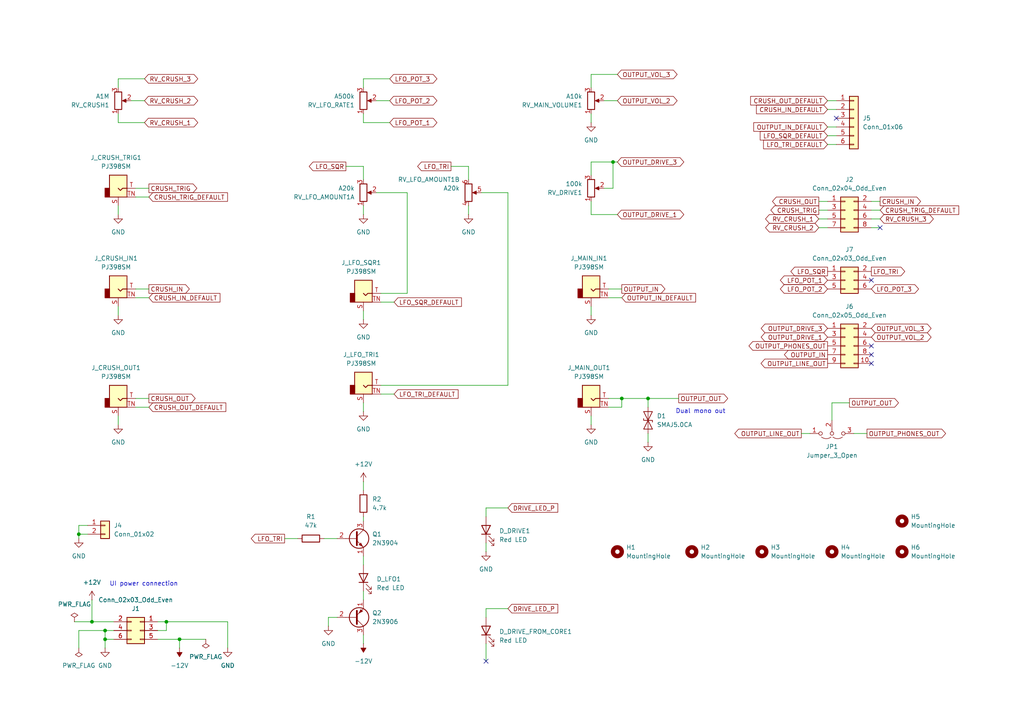
<source format=kicad_sch>
(kicad_sch (version 20250114) (generator "eeschema") (generator_version "9.0")
  (paper "A4")
  (title_block (title "Hog Moduleur Sidechain Mixer UI") (date "2025-10-24") (rev "v0.2") (company "Shmøergh"))
  (lib_symbols
    (symbol "Connector_Generic:Conn_01x02" (pin_names (offset 1.016) (hide yes))
      (property "Reference" "J" (at 0 2.54 0))
      (property "Value" "Conn_01x02" (at 0 -5.08 0))
      (symbol "Conn_01x02_1_1"
        (rectangle (start -1.27 1.27) (end 1.27 -3.81) (stroke (width 0.254)) (fill (type background)))
        (rectangle (start -1.27 0.127) (end 0 -0.127) (stroke (width 0.1524)))
        (rectangle (start -1.27 -2.413) (end 0 -2.667) (stroke (width 0.1524)))
        (pin passive line (at -5.08 0 0) (length 3.81) (name "Pin_1") (number "1"))
        (pin passive line (at -5.08 -2.54 0) (length 3.81) (name "Pin_2") (number "2"))
      )
    )
    (symbol "Connector_Generic:Conn_01x06" (pin_names (offset 1.016) (hide yes))
      (property "Reference" "J" (at 0 7.62 0))
      (property "Value" "Conn_01x06" (at 0 -10.16 0))
      (symbol "Conn_01x06_1_1"
        (rectangle (start -1.27 6.35) (end 1.27 -8.89) (stroke (width 0.254)) (fill (type background)))
        (rectangle (start -1.27 5.207) (end 0 4.953) (stroke (width 0.1524)))
        (rectangle (start -1.27 2.667) (end 0 2.413) (stroke (width 0.1524)))
        (rectangle (start -1.27 0.127) (end 0 -0.127) (stroke (width 0.1524)))
        (rectangle (start -1.27 -2.413) (end 0 -2.667) (stroke (width 0.1524)))
        (rectangle (start -1.27 -4.953) (end 0 -5.207) (stroke (width 0.1524)))
        (rectangle (start -1.27 -7.493) (end 0 -7.747) (stroke (width 0.1524)))
        (pin passive line (at -5.08 5.08 0) (length 3.81) (name "Pin_1") (number "1"))
        (pin passive line (at -5.08 2.54 0) (length 3.81) (name "Pin_2") (number "2"))
        (pin passive line (at -5.08 0 0) (length 3.81) (name "Pin_3") (number "3"))
        (pin passive line (at -5.08 -2.54 0) (length 3.81) (name "Pin_4") (number "4"))
        (pin passive line (at -5.08 -5.08 0) (length 3.81) (name "Pin_5") (number "5"))
        (pin passive line (at -5.08 -7.62 0) (length 3.81) (name "Pin_6") (number "6"))
      )
    )
    (symbol "Connector_Generic:Conn_02x03_Odd_Even" (pin_names (offset 1.016) (hide yes))
      (property "Reference" "J" (at 1.27 5.08 0))
      (property "Value" "Conn_02x03_Odd_Even" (at 1.27 -5.08 0))
      (symbol "Conn_02x03_Odd_Even_1_1"
        (rectangle (start -1.27 3.81) (end 3.81 -3.81) (stroke (width 0.254)) (fill (type background)))
        (rectangle (start -1.27 2.667) (end 0 2.413) (stroke (width 0.1524)))
        (rectangle (start -1.27 0.127) (end 0 -0.127) (stroke (width 0.1524)))
        (rectangle (start -1.27 -2.413) (end 0 -2.667) (stroke (width 0.1524)))
        (rectangle (start 3.81 2.667) (end 2.54 2.413) (stroke (width 0.1524)))
        (rectangle (start 3.81 0.127) (end 2.54 -0.127) (stroke (width 0.1524)))
        (rectangle (start 3.81 -2.413) (end 2.54 -2.667) (stroke (width 0.1524)))
        (pin passive line (at -5.08 2.54 0) (length 3.81) (name "Pin_1") (number "1"))
        (pin passive line (at -5.08 0 0) (length 3.81) (name "Pin_3") (number "3"))
        (pin passive line (at -5.08 -2.54 0) (length 3.81) (name "Pin_5") (number "5"))
        (pin passive line (at 7.62 2.54 180) (length 3.81) (name "Pin_2") (number "2"))
        (pin passive line (at 7.62 0 180) (length 3.81) (name "Pin_4") (number "4"))
        (pin passive line (at 7.62 -2.54 180) (length 3.81) (name "Pin_6") (number "6"))
      )
    )
    (symbol "Connector_Generic:Conn_02x04_Odd_Even" (pin_names (offset 1.016) (hide yes))
      (property "Reference" "J" (at 1.27 5.08 0))
      (property "Value" "Conn_02x04_Odd_Even" (at 1.27 -7.62 0))
      (symbol "Conn_02x04_Odd_Even_1_1"
        (rectangle (start -1.27 3.81) (end 3.81 -6.35) (stroke (width 0.254)) (fill (type background)))
        (rectangle (start -1.27 2.667) (end 0 2.413) (stroke (width 0.1524)))
        (rectangle (start -1.27 0.127) (end 0 -0.127) (stroke (width 0.1524)))
        (rectangle (start -1.27 -2.413) (end 0 -2.667) (stroke (width 0.1524)))
        (rectangle (start -1.27 -4.953) (end 0 -5.207) (stroke (width 0.1524)))
        (rectangle (start 3.81 2.667) (end 2.54 2.413) (stroke (width 0.1524)))
        (rectangle (start 3.81 0.127) (end 2.54 -0.127) (stroke (width 0.1524)))
        (rectangle (start 3.81 -2.413) (end 2.54 -2.667) (stroke (width 0.1524)))
        (rectangle (start 3.81 -4.953) (end 2.54 -5.207) (stroke (width 0.1524)))
        (pin passive line (at -5.08 2.54 0) (length 3.81) (name "Pin_1") (number "1"))
        (pin passive line (at -5.08 0 0) (length 3.81) (name "Pin_3") (number "3"))
        (pin passive line (at -5.08 -2.54 0) (length 3.81) (name "Pin_5") (number "5"))
        (pin passive line (at -5.08 -5.08 0) (length 3.81) (name "Pin_7") (number "7"))
        (pin passive line (at 7.62 2.54 180) (length 3.81) (name "Pin_2") (number "2"))
        (pin passive line (at 7.62 0 180) (length 3.81) (name "Pin_4") (number "4"))
        (pin passive line (at 7.62 -2.54 180) (length 3.81) (name "Pin_6") (number "6"))
        (pin passive line (at 7.62 -5.08 180) (length 3.81) (name "Pin_8") (number "8"))
      )
    )
    (symbol "Connector_Generic:Conn_02x05_Odd_Even" (pin_names (offset 1.016) (hide yes))
      (property "Reference" "J" (at 1.27 7.62 0))
      (property "Value" "Conn_02x05_Odd_Even" (at 1.27 -7.62 0))
      (symbol "Conn_02x05_Odd_Even_1_1"
        (rectangle (start -1.27 6.35) (end 3.81 -6.35) (stroke (width 0.254)) (fill (type background)))
        (rectangle (start -1.27 5.207) (end 0 4.953) (stroke (width 0.1524)))
        (rectangle (start -1.27 2.667) (end 0 2.413) (stroke (width 0.1524)))
        (rectangle (start -1.27 0.127) (end 0 -0.127) (stroke (width 0.1524)))
        (rectangle (start -1.27 -2.413) (end 0 -2.667) (stroke (width 0.1524)))
        (rectangle (start -1.27 -4.953) (end 0 -5.207) (stroke (width 0.1524)))
        (rectangle (start 3.81 5.207) (end 2.54 4.953) (stroke (width 0.1524)))
        (rectangle (start 3.81 2.667) (end 2.54 2.413) (stroke (width 0.1524)))
        (rectangle (start 3.81 0.127) (end 2.54 -0.127) (stroke (width 0.1524)))
        (rectangle (start 3.81 -2.413) (end 2.54 -2.667) (stroke (width 0.1524)))
        (rectangle (start 3.81 -4.953) (end 2.54 -5.207) (stroke (width 0.1524)))
        (pin passive line (at -5.08 5.08 0) (length 3.81) (name "Pin_1") (number "1"))
        (pin passive line (at -5.08 2.54 0) (length 3.81) (name "Pin_3") (number "3"))
        (pin passive line (at -5.08 0 0) (length 3.81) (name "Pin_5") (number "5"))
        (pin passive line (at -5.08 -2.54 0) (length 3.81) (name "Pin_7") (number "7"))
        (pin passive line (at -5.08 -5.08 0) (length 3.81) (name "Pin_9") (number "9"))
        (pin passive line (at 7.62 5.08 180) (length 3.81) (name "Pin_2") (number "2"))
        (pin passive line (at 7.62 2.54 180) (length 3.81) (name "Pin_4") (number "4"))
        (pin passive line (at 7.62 0 180) (length 3.81) (name "Pin_6") (number "6"))
        (pin passive line (at 7.62 -2.54 180) (length 3.81) (name "Pin_8") (number "8"))
        (pin passive line (at 7.62 -5.08 180) (length 3.81) (name "Pin_10") (number "10"))
      )
    )
    (symbol "Device:LED" (pin_numbers (hide yes)) (pin_names (offset 1.016) (hide yes))
      (property "Reference" "D" (at 0 2.54 0))
      (property "Value" "LED" (at 0 -2.54 0))
      (symbol "LED_0_1"
        (polyline (pts (xy -3.048 -0.762) (xy -4.572 -2.286) (xy -3.81 -2.286) (xy -4.572 -2.286) (xy -4.572 -1.524)))
        (polyline (pts (xy -1.778 -0.762) (xy -3.302 -2.286) (xy -2.54 -2.286) (xy -3.302 -2.286) (xy -3.302 -1.524)))
        (polyline (pts (xy -1.27 0) (xy 1.27 0)))
        (polyline (pts (xy -1.27 -1.27) (xy -1.27 1.27)) (stroke (width 0.254)))
        (polyline (pts (xy 1.27 -1.27) (xy 1.27 1.27) (xy -1.27 0) (xy 1.27 -1.27)) (stroke (width 0.254)))
      )
      (symbol "LED_1_1"
        (pin passive line (at -3.81 0 0) (length 2.54) (name "K") (number "1"))
        (pin passive line (at 3.81 0 180) (length 2.54) (name "A") (number "2"))
      )
    )
    (symbol "Device:R" (pin_numbers (hide yes)) (pin_names (offset 0))
      (property "Reference" "R" (at 2.032 0 90))
      (property "Value" "R" (at 0 0 90))
      (symbol "R_0_1"
        (rectangle (start -1.016 -2.54) (end 1.016 2.54) (stroke (width 0.254)))
      )
      (symbol "R_1_1"
        (pin passive line (at 0 3.81 270) (length 1.27) (name "~") (number "1"))
        (pin passive line (at 0 -3.81 90) (length 1.27) (name "~") (number "2"))
      )
    )
    (symbol "Device:R_Potentiometer" (pin_names (offset 1.016) (hide yes))
      (property "Reference" "RV" (at -4.445 0 90))
      (property "Value" "R_Potentiometer" (at -2.54 0 90))
      (symbol "R_Potentiometer_0_1"
        (rectangle (start 1.016 2.54) (end -1.016 -2.54) (stroke (width 0.254)))
        (polyline (pts (xy 1.143 0) (xy 2.286 0.508) (xy 2.286 -0.508) (xy 1.143 0)) (fill (type outline)))
        (polyline (pts (xy 2.54 0) (xy 1.524 0)))
      )
      (symbol "R_Potentiometer_1_1"
        (pin passive line (at 0 3.81 270) (length 1.27) (name "1") (number "1"))
        (pin passive line (at 0 -3.81 90) (length 1.27) (name "3") (number "3"))
        (pin passive line (at 3.81 0 180) (length 1.27) (name "2") (number "2"))
      )
    )
    (symbol "Device:R_Potentiometer_Dual_Separate" (pin_names (offset 1.016) (hide yes))
      (property "Reference" "RV" (at -4.445 0 90))
      (property "Value" "R_Potentiometer_Dual_Separate" (at -2.54 0 90))
      (symbol "R_Potentiometer_Dual_Separate_0_1"
        (rectangle (start 1.016 2.54) (end -1.016 -2.54) (stroke (width 0.254)))
        (polyline (pts (xy 1.143 0) (xy 2.286 0.508) (xy 2.286 -0.508) (xy 1.143 0)) (fill (type outline)))
        (polyline (pts (xy 2.54 0) (xy 1.524 0)))
      )
      (symbol "R_Potentiometer_Dual_Separate_1_1"
        (pin passive line (at 0 3.81 270) (length 1.27) (name "1") (number "1"))
        (pin passive line (at 0 -3.81 90) (length 1.27) (name "3") (number "3"))
        (pin passive line (at 3.81 0 180) (length 1.27) (name "2") (number "2"))
      )
      (symbol "R_Potentiometer_Dual_Separate_2_1"
        (pin passive line (at 0 3.81 270) (length 1.27) (name "4") (number "4"))
        (pin passive line (at 0 -3.81 90) (length 1.27) (name "6") (number "6"))
        (pin passive line (at 3.81 0 180) (length 1.27) (name "5") (number "5"))
      )
    )
    (symbol "Diode:SMAJ5.0CA" (pin_numbers (hide yes)) (pin_names (offset 1.016) (hide yes))
      (property "Reference" "D" (at 0 2.54 0))
      (property "Value" "SMAJ5.0CA" (at 0 -2.54 0))
      (symbol "SMAJ5.0CA_0_1"
        (polyline (pts (xy -2.54 -1.27) (xy 0 0) (xy -2.54 1.27) (xy -2.54 -1.27)) (stroke (width 0.2032)))
        (polyline (pts (xy 0.508 1.27) (xy 0 1.27) (xy 0 -1.27) (xy -0.508 -1.27)) (stroke (width 0.2032)))
        (polyline (pts (xy 1.27 0) (xy -1.27 0)))
        (polyline (pts (xy 2.54 1.27) (xy 2.54 -1.27) (xy 0 0) (xy 2.54 1.27)) (stroke (width 0.2032)))
      )
      (symbol "SMAJ5.0CA_1_1"
        (pin passive line (at -3.81 0 0) (length 2.54) (name "A1") (number "1"))
        (pin passive line (at 3.81 0 180) (length 2.54) (name "A2") (number "2"))
      )
    )
    (symbol "Jumper:Jumper_3_Open" (pin_names (offset 0) (hide yes)) (in_bom no)
      (property "Reference" "JP" (at -2.54 -2.54 0))
      (property "Value" "Jumper_3_Open" (at 0 2.794 0))
      (symbol "Jumper_3_Open_0_0"
        (circle (center -3.302 0) (radius 0.508))
        (circle (center 0 0) (radius 0.508))
        (circle (center 3.302 0) (radius 0.508))
      )
      (symbol "Jumper_3_Open_0_1"
        (arc (start -3.048 1.016) (mid -1.651 1.4992) (end -0.254 1.016))
        (polyline (pts (xy 0 -0.508) (xy 0 -1.27)))
        (arc (start 0.254 1.016) (mid 1.651 1.4992) (end 3.048 1.016))
      )
      (symbol "Jumper_3_Open_1_1"
        (pin passive line (at -6.35 0 0) (length 2.54) (name "A") (number "1"))
        (pin passive line (at 0 -3.81 90) (length 2.54) (name "C") (number "2"))
        (pin passive line (at 6.35 0 180) (length 2.54) (name "B") (number "3"))
      )
    )
    (symbol "Mechanical:MountingHole" (pin_names (offset 1.016)) (in_bom no)
      (property "Reference" "H" (at 0 5.08 0))
      (property "Value" "MountingHole" (at 0 3.175 0))
      (symbol "MountingHole_0_1"
        (circle (center 0 0) (radius 1.27) (stroke (width 1.27)))
      )
    )
    (symbol "Shmoergh-Custom-Components:AudioJack2_Thonkiconn_S"
      (property "Reference" "J" (at 0 8.89 0))
      (property "Value" "AudioJack2_Thonkiconn" (at 0 6.35 0))
      (symbol "AudioJack2_Thonkiconn_S_0_1"
        (rectangle (start -2.54 -2.54) (end -3.81 0) (stroke (width 0.254)) (fill (type outline)))
        (polyline (pts (xy 0 0) (xy 0.635 -0.635) (xy 1.27 0) (xy 2.54 0)) (stroke (width 0.254)))
        (rectangle (start 2.54 3.81) (end -2.54 -2.54) (stroke (width 0.254)) (fill (type background)))
      )
      (symbol "AudioJack2_Thonkiconn_S_1_1"
        (pin passive line (at 0 -5.08 90) (length 2.54) (name "~") (number "S"))
        (pin bidirectional line (at 5.08 0 180) (length 2.54) (name "~") (number "T"))
        (pin passive line (at 5.08 -2.54 180) (length 2.54) (name "~") (number "TN"))
      )
    )
    (symbol "Transistor_BJT:2N3904" (pin_names (offset 0) (hide yes))
      (property "Reference" "Q" (at 5.08 1.905 0))
      (property "Value" "2N3904" (at 5.08 0 0))
      (symbol "2N3904_0_1"
        (polyline (pts (xy -2.54 0) (xy 0.635 0)))
        (polyline (pts (xy 0.635 1.905) (xy 0.635 -1.905)) (stroke (width 0.508)))
        (circle (center 1.27 0) (radius 2.8194) (stroke (width 0.254)))
      )
      (symbol "2N3904_1_1"
        (polyline (pts (xy 0.635 0.635) (xy 2.54 2.54)))
        (polyline (pts (xy 0.635 -0.635) (xy 2.54 -2.54)))
        (polyline (pts (xy 1.27 -1.778) (xy 1.778 -1.27) (xy 2.286 -2.286) (xy 1.27 -1.778)) (fill (type outline)))
        (pin input line (at -5.08 0 0) (length 2.54) (name "B") (number "2"))
        (pin passive line (at 2.54 5.08 270) (length 2.54) (name "C") (number "3"))
        (pin passive line (at 2.54 -5.08 90) (length 2.54) (name "E") (number "1"))
      )
    )
    (symbol "Transistor_BJT:2N3906" (pin_names (offset 0) (hide yes))
      (property "Reference" "Q" (at 5.08 1.905 0))
      (property "Value" "2N3906" (at 5.08 0 0))
      (symbol "2N3906_0_1"
        (polyline (pts (xy -2.54 0) (xy 0.635 0)))
        (polyline (pts (xy 0.635 1.905) (xy 0.635 -1.905)) (stroke (width 0.508)))
        (polyline (pts (xy 0.635 0.635) (xy 2.54 2.54)))
        (polyline (pts (xy 0.635 -0.635) (xy 2.54 -2.54)))
        (circle (center 1.27 0) (radius 2.8194) (stroke (width 0.254)))
        (polyline (pts (xy 2.286 -1.778) (xy 1.778 -2.286) (xy 1.27 -1.27) (xy 2.286 -1.778)) (fill (type outline)))
      )
      (symbol "2N3906_1_1"
        (pin input line (at -5.08 0 0) (length 2.54) (name "B") (number "2"))
        (pin passive line (at 2.54 5.08 270) (length 2.54) (name "C") (number "3"))
        (pin passive line (at 2.54 -5.08 90) (length 2.54) (name "E") (number "1"))
      )
    )
    (symbol "power:+12V" (power) (pin_numbers (hide yes)) (pin_names (offset 0) (hide yes))
      (property "Value" "+12V" (at 0 3.556 0))
      (symbol "+12V_0_1"
        (polyline (pts (xy -0.762 1.27) (xy 0 2.54)))
        (polyline (pts (xy 0 2.54) (xy 0.762 1.27)))
        (polyline (pts (xy 0 0) (xy 0 2.54)))
      )
      (symbol "+12V_1_1"
        (pin power_in line (at 0 0 90) (length 0) (name "~") (number "1"))
      )
    )
    (symbol "power:-12V" (power) (pin_numbers (hide yes)) (pin_names (offset 0) (hide yes))
      (property "Value" "-12V" (at 0 3.556 0))
      (symbol "-12V_0_0"
        (pin power_in line (at 0 0 90) (length 0) (name "~") (number "1"))
      )
      (symbol "-12V_0_1"
        (polyline (pts (xy 0 0) (xy 0 1.27) (xy 0.762 1.27) (xy 0 2.54) (xy -0.762 1.27) (xy 0 1.27)) (fill (type outline)))
      )
    )
    (symbol "power:GND" (power) (pin_numbers (hide yes)) (pin_names (offset 0) (hide yes))
      (property "Value" "GND" (at 0 -3.81 0))
      (symbol "GND_0_1"
        (polyline (pts (xy 0 0) (xy 0 -1.27) (xy 1.27 -1.27) (xy 0 -2.54) (xy -1.27 -1.27) (xy 0 -1.27)))
      )
      (symbol "GND_1_1"
        (pin power_in line (at 0 0 270) (length 0) (name "~") (number "1"))
      )
    )
    (symbol "power:PWR_FLAG" (power) (pin_numbers (hide yes)) (pin_names (offset 0) (hide yes))
      (property "Value" "PWR_FLAG" (at 0 3.81 0))
      (symbol "PWR_FLAG_0_0"
        (pin power_out line (at 0 0 90) (length 0) (name "~") (number "1"))
      )
      (symbol "PWR_FLAG_0_1"
        (polyline (pts (xy 0 0) (xy 0 1.27) (xy -1.016 1.905) (xy 0 2.54) (xy 1.016 1.905) (xy 0 1.27)))
      )
    )
  )
  (text "Dual mono out" (at 203.2 119.38 0) (effects (font (size 1.27 1.27))))
  (text "UI power connection" (at 31.75 170.18 0) (effects (font (size 1.27 1.27)) (justify left bottom)))
  (junction (at 177.8 46.99))
  (junction (at 22.86 154.94))
  (junction (at 30.48 182.88))
  (junction (at 180.34 115.57))
  (junction (at 52.07 185.42))
  (junction (at 187.96 115.57))
  (junction (at 48.26 180.34))
  (junction (at 26.67 180.34))
  (junction (at 30.48 185.42))
  (no_connect (at 140.97 191.77))
  (no_connect (at 252.73 81.28))
  (no_connect (at 255.27 66.04))
  (no_connect (at 242.57 34.29))
  (no_connect (at 252.73 102.87))
  (no_connect (at 252.73 105.41))
  (no_connect (at 252.73 100.33))
  (wire (pts (xy 246.38 116.84) (xy 241.3 116.84)))
  (wire (pts (xy 114.3 87.63) (xy 110.49 87.63)))
  (wire (pts (xy 255.27 60.96) (xy 252.73 60.96)))
  (wire (pts (xy 187.96 115.57) (xy 196.85 115.57)))
  (wire (pts (xy 52.07 187.96) (xy 52.07 185.42)))
  (wire (pts (xy 237.49 58.42) (xy 240.03 58.42)))
  (wire (pts (xy 105.41 22.86) (xy 105.41 25.4)))
  (wire (pts (xy 105.41 173.99) (xy 105.41 171.45)))
  (wire (pts (xy 237.49 66.04) (xy 240.03 66.04)))
  (wire (pts (xy 113.03 22.86) (xy 105.41 22.86)))
  (wire (pts (xy 105.41 149.86) (xy 105.41 151.13)))
  (wire (pts (xy 43.18 118.11) (xy 39.37 118.11)))
  (wire (pts (xy 59.69 185.42) (xy 52.07 185.42)))
  (wire (pts (xy 135.89 59.69) (xy 135.89 62.23)))
  (wire (pts (xy 100.33 48.26) (xy 105.41 48.26)))
  (wire (pts (xy 45.72 185.42) (xy 52.07 185.42)))
  (wire (pts (xy 39.37 83.82) (xy 43.18 83.82)))
  (wire (pts (xy 240.03 41.91) (xy 242.57 41.91)))
  (wire (pts (xy 237.49 63.5) (xy 240.03 63.5)))
  (wire (pts (xy 171.45 62.23) (xy 171.45 58.42)))
  (wire (pts (xy 105.41 59.69) (xy 105.41 62.23)))
  (wire (pts (xy 22.86 154.94) (xy 25.4 154.94)))
  (wire (pts (xy 34.29 22.86) (xy 34.29 25.4)))
  (wire (pts (xy 43.18 57.15) (xy 39.37 57.15)))
  (wire (pts (xy 176.53 115.57) (xy 180.34 115.57)))
  (wire (pts (xy 180.34 115.57) (xy 187.96 115.57)))
  (wire (pts (xy 105.41 163.83) (xy 105.41 161.29)))
  (wire (pts (xy 26.67 180.34) (xy 33.02 180.34)))
  (wire (pts (xy 39.37 54.61) (xy 43.18 54.61)))
  (wire (pts (xy 240.03 31.75) (xy 242.57 31.75)))
  (wire (pts (xy 255.27 58.42) (xy 252.73 58.42)))
  (wire (pts (xy 82.55 156.21) (xy 86.36 156.21)))
  (wire (pts (xy 147.32 55.88) (xy 147.32 111.76)))
  (wire (pts (xy 25.4 152.4) (xy 22.86 152.4)))
  (wire (pts (xy 43.18 86.36) (xy 39.37 86.36)))
  (wire (pts (xy 105.41 90.17) (xy 105.41 92.71)))
  (wire (pts (xy 93.98 156.21) (xy 97.79 156.21)))
  (wire (pts (xy 171.45 120.65) (xy 171.45 123.19)))
  (wire (pts (xy 105.41 48.26) (xy 105.41 52.07)))
  (wire (pts (xy 114.3 114.3) (xy 110.49 114.3)))
  (wire (pts (xy 187.96 128.27) (xy 187.96 125.73)))
  (wire (pts (xy 105.41 116.84) (xy 105.41 119.38)))
  (wire (pts (xy 187.96 115.57) (xy 187.96 118.11)))
  (wire (pts (xy 240.03 36.83) (xy 242.57 36.83)))
  (wire (pts (xy 109.22 29.21) (xy 113.03 29.21)))
  (wire (pts (xy 171.45 88.9) (xy 171.45 91.44)))
  (wire (pts (xy 109.22 55.88) (xy 118.11 55.88)))
  (wire (pts (xy 22.86 152.4) (xy 22.86 154.94)))
  (wire (pts (xy 39.37 115.57) (xy 43.18 115.57)))
  (wire (pts (xy 26.67 173.99) (xy 26.67 180.34)))
  (wire (pts (xy 110.49 111.76) (xy 147.32 111.76)))
  (wire (pts (xy 176.53 83.82) (xy 180.34 83.82)))
  (wire (pts (xy 34.29 35.56) (xy 34.29 33.02)))
  (wire (pts (xy 139.7 55.88) (xy 147.32 55.88)))
  (wire (pts (xy 255.27 66.04) (xy 252.73 66.04)))
  (wire (pts (xy 48.26 180.34) (xy 45.72 180.34)))
  (wire (pts (xy 21.59 180.34) (xy 26.67 180.34)))
  (wire (pts (xy 140.97 147.32) (xy 140.97 149.86)))
  (wire (pts (xy 255.27 63.5) (xy 252.73 63.5)))
  (wire (pts (xy 22.86 182.88) (xy 30.48 182.88)))
  (wire (pts (xy 105.41 139.7) (xy 105.41 142.24)))
  (wire (pts (xy 110.49 85.09) (xy 118.11 85.09)))
  (wire (pts (xy 179.07 29.21) (xy 175.26 29.21)))
  (wire (pts (xy 41.91 22.86) (xy 34.29 22.86)))
  (wire (pts (xy 179.07 46.99) (xy 177.8 46.99)))
  (wire (pts (xy 66.04 187.96) (xy 66.04 180.34)))
  (wire (pts (xy 48.26 182.88) (xy 48.26 180.34)))
  (wire (pts (xy 140.97 160.02) (xy 140.97 157.48)))
  (wire (pts (xy 240.03 39.37) (xy 242.57 39.37)))
  (wire (pts (xy 38.1 29.21) (xy 41.91 29.21)))
  (wire (pts (xy 240.03 29.21) (xy 242.57 29.21)))
  (wire (pts (xy 180.34 86.36) (xy 176.53 86.36)))
  (wire (pts (xy 105.41 186.69) (xy 105.41 184.15)))
  (wire (pts (xy 33.02 185.42) (xy 30.48 185.42)))
  (wire (pts (xy 95.25 179.07) (xy 95.25 181.61)))
  (wire (pts (xy 171.45 46.99) (xy 171.45 50.8)))
  (wire (pts (xy 113.03 35.56) (xy 105.41 35.56)))
  (wire (pts (xy 179.07 21.59) (xy 171.45 21.59)))
  (wire (pts (xy 34.29 59.69) (xy 34.29 62.23)))
  (wire (pts (xy 97.79 179.07) (xy 95.25 179.07)))
  (wire (pts (xy 171.45 21.59) (xy 171.45 25.4)))
  (wire (pts (xy 237.49 60.96) (xy 240.03 60.96)))
  (wire (pts (xy 41.91 35.56) (xy 34.29 35.56)))
  (wire (pts (xy 180.34 115.57) (xy 180.34 118.11)))
  (wire (pts (xy 66.04 180.34) (xy 48.26 180.34)))
  (wire (pts (xy 179.07 62.23) (xy 171.45 62.23)))
  (wire (pts (xy 30.48 182.88) (xy 33.02 182.88)))
  (wire (pts (xy 175.26 54.61) (xy 177.8 54.61)))
  (wire (pts (xy 34.29 120.65) (xy 34.29 123.19)))
  (wire (pts (xy 171.45 35.56) (xy 171.45 33.02)))
  (wire (pts (xy 140.97 176.53) (xy 147.32 176.53)))
  (wire (pts (xy 30.48 185.42) (xy 30.48 182.88)))
  (wire (pts (xy 177.8 54.61) (xy 177.8 46.99)))
  (wire (pts (xy 22.86 187.96) (xy 22.86 182.88)))
  (wire (pts (xy 118.11 55.88) (xy 118.11 85.09)))
  (wire (pts (xy 247.65 125.73) (xy 251.46 125.73)))
  (wire (pts (xy 22.86 154.94) (xy 22.86 156.21)))
  (wire (pts (xy 30.48 187.96) (xy 30.48 185.42)))
  (wire (pts (xy 180.34 118.11) (xy 176.53 118.11)))
  (wire (pts (xy 105.41 35.56) (xy 105.41 33.02)))
  (wire (pts (xy 45.72 182.88) (xy 48.26 182.88)))
  (wire (pts (xy 140.97 191.77) (xy 140.97 186.69)))
  (wire (pts (xy 177.8 46.99) (xy 171.45 46.99)))
  (wire (pts (xy 140.97 147.32) (xy 147.32 147.32)))
  (wire (pts (xy 135.89 48.26) (xy 135.89 52.07)))
  (wire (pts (xy 232.41 125.73) (xy 234.95 125.73)))
  (wire (pts (xy 241.3 116.84) (xy 241.3 121.92)))
  (wire (pts (xy 34.29 88.9) (xy 34.29 91.44)))
  (wire (pts (xy 130.81 48.26) (xy 135.89 48.26)))
  (wire (pts (xy 140.97 176.53) (xy 140.97 179.07)))
  (global_label "LFO_SQR_DEFAULT" (shape input) (at 240.03 39.37 180) (property "Intersheetrefs" "${INTERSHEET_REFS}" (effects (hide yes))))
  (global_label "RV_CRUSH_1" (shape bidirectional) (at 41.91 35.56 0) (property "Intersheetrefs" "${INTERSHEET_REFS}" (effects (hide yes))))
  (global_label "OUTPUT_DRIVE_1" (shape bidirectional) (at 240.03 97.79 180) (property "Intersheetrefs" "${INTERSHEET_REFS}" (effects (hide yes))))
  (global_label "LFO_TRI" (shape output) (at 252.73 78.74 0) (property "Intersheetrefs" "${INTERSHEET_REFS}" (effects (hide yes))))
  (global_label "OUTPUT_OUT" (shape output) (at 196.85 115.57 0) (property "Intersheetrefs" "${INTERSHEET_REFS}" (effects (hide yes))))
  (global_label "RV_CRUSH_3" (shape bidirectional) (at 255.27 63.5 0) (property "Intersheetrefs" "${INTERSHEET_REFS}" (effects (hide yes))))
  (global_label "OUTPUT_VOL_2" (shape bidirectional) (at 252.73 97.79 0) (property "Intersheetrefs" "${INTERSHEET_REFS}" (effects (hide yes))))
  (global_label "CRUSH_TRIG_DEFAULT" (shape input) (at 255.27 60.96 0) (property "Intersheetrefs" "${INTERSHEET_REFS}" (effects (hide yes))))
  (global_label "CRUSH_OUT_DEFAULT" (shape input) (at 240.03 29.21 180) (property "Intersheetrefs" "${INTERSHEET_REFS}" (effects (hide yes))))
  (global_label "CRUSH_TRIG" (shape output) (at 237.49 60.96 180) (property "Intersheetrefs" "${INTERSHEET_REFS}" (effects (hide yes))))
  (global_label "RV_CRUSH_2" (shape bidirectional) (at 237.49 66.04 180) (property "Intersheetrefs" "${INTERSHEET_REFS}" (effects (hide yes))))
  (global_label "OUTPUT_PHONES_OUT" (shape output) (at 240.03 100.33 180) (property "Intersheetrefs" "${INTERSHEET_REFS}" (effects (hide yes))))
  (global_label "RV_CRUSH_2" (shape bidirectional) (at 41.91 29.21 0) (property "Intersheetrefs" "${INTERSHEET_REFS}" (effects (hide yes))))
  (global_label "LFO_POT_1" (shape bidirectional) (at 240.03 81.28 180) (property "Intersheetrefs" "${INTERSHEET_REFS}" (effects (hide yes))))
  (global_label "CRUSH_IN_DEFAULT" (shape input) (at 43.18 86.36 0) (property "Intersheetrefs" "${INTERSHEET_REFS}" (effects (hide yes))))
  (global_label "LFO_TRI" (shape output) (at 82.55 156.21 180) (property "Intersheetrefs" "${INTERSHEET_REFS}" (effects (hide yes))))
  (global_label "LFO_POT_1" (shape bidirectional) (at 113.03 35.56 0) (property "Intersheetrefs" "${INTERSHEET_REFS}" (effects (hide yes))))
  (global_label "OUTPUT_DRIVE_3" (shape bidirectional) (at 240.03 95.25 180) (property "Intersheetrefs" "${INTERSHEET_REFS}" (effects (hide yes))))
  (global_label "CRUSH_IN" (shape output) (at 43.18 83.82 0) (property "Intersheetrefs" "${INTERSHEET_REFS}" (effects (hide yes))))
  (global_label "DRIVE_LED_P" (shape input) (at 147.32 176.53 0) (property "Intersheetrefs" "${INTERSHEET_REFS}" (effects (hide yes))))
  (global_label "LFO_TRI_DEFAULT" (shape input) (at 240.03 41.91 180) (property "Intersheetrefs" "${INTERSHEET_REFS}" (effects (hide yes))))
  (global_label "LFO_POT_3" (shape bidirectional) (at 252.73 83.82 0) (property "Intersheetrefs" "${INTERSHEET_REFS}" (effects (hide yes))))
  (global_label "OUTPUT_IN" (shape output) (at 240.03 102.87 180) (property "Intersheetrefs" "${INTERSHEET_REFS}" (effects (hide yes))))
  (global_label "OUTPUT_LINE_OUT" (shape output) (at 240.03 105.41 180) (property "Intersheetrefs" "${INTERSHEET_REFS}" (effects (hide yes))))
  (global_label "OUTPUT_IN_DEFAULT" (shape input) (at 240.03 36.83 180) (property "Intersheetrefs" "${INTERSHEET_REFS}" (effects (hide yes))))
  (global_label "CRUSH_IN" (shape output) (at 255.27 58.42 0) (property "Intersheetrefs" "${INTERSHEET_REFS}" (effects (hide yes))))
  (global_label "LFO_SQR" (shape output) (at 240.03 78.74 180) (property "Intersheetrefs" "${INTERSHEET_REFS}" (effects (hide yes))))
  (global_label "OUTPUT_OUT" (shape output) (at 246.38 116.84 0) (property "Intersheetrefs" "${INTERSHEET_REFS}" (effects (hide yes))))
  (global_label "LFO_SQR_DEFAULT" (shape input) (at 114.3 87.63 0) (property "Intersheetrefs" "${INTERSHEET_REFS}" (effects (hide yes))))
  (global_label "RV_CRUSH_3" (shape bidirectional) (at 41.91 22.86 0) (property "Intersheetrefs" "${INTERSHEET_REFS}" (effects (hide yes))))
  (global_label "OUTPUT_DRIVE_1" (shape bidirectional) (at 179.07 62.23 0) (property "Intersheetrefs" "${INTERSHEET_REFS}" (effects (hide yes))))
  (global_label "CRUSH_TRIG" (shape output) (at 43.18 54.61 0) (property "Intersheetrefs" "${INTERSHEET_REFS}" (effects (hide yes))))
  (global_label "CRUSH_OUT_DEFAULT" (shape input) (at 43.18 118.11 0) (property "Intersheetrefs" "${INTERSHEET_REFS}" (effects (hide yes))))
  (global_label "CRUSH_TRIG_DEFAULT" (shape input) (at 43.18 57.15 0) (property "Intersheetrefs" "${INTERSHEET_REFS}" (effects (hide yes))))
  (global_label "LFO_TRI" (shape output) (at 130.81 48.26 180) (property "Intersheetrefs" "${INTERSHEET_REFS}" (effects (hide yes))))
  (global_label "OUTPUT_PHONES_OUT" (shape output) (at 251.46 125.73 0) (property "Intersheetrefs" "${INTERSHEET_REFS}" (effects (hide yes))))
  (global_label "LFO_POT_2" (shape bidirectional) (at 240.03 83.82 180) (property "Intersheetrefs" "${INTERSHEET_REFS}" (effects (hide yes))))
  (global_label "CRUSH_OUT" (shape output) (at 237.49 58.42 180) (property "Intersheetrefs" "${INTERSHEET_REFS}" (effects (hide yes))))
  (global_label "OUTPUT_VOL_3" (shape bidirectional) (at 179.07 21.59 0) (property "Intersheetrefs" "${INTERSHEET_REFS}" (effects (hide yes))))
  (global_label "CRUSH_IN_DEFAULT" (shape input) (at 240.03 31.75 180) (property "Intersheetrefs" "${INTERSHEET_REFS}" (effects (hide yes))))
  (global_label "OUTPUT_DRIVE_3" (shape bidirectional) (at 179.07 46.99 0) (property "Intersheetrefs" "${INTERSHEET_REFS}" (effects (hide yes))))
  (global_label "RV_CRUSH_1" (shape bidirectional) (at 237.49 63.5 180) (property "Intersheetrefs" "${INTERSHEET_REFS}" (effects (hide yes))))
  (global_label "LFO_SQR" (shape output) (at 100.33 48.26 180) (property "Intersheetrefs" "${INTERSHEET_REFS}" (effects (hide yes))))
  (global_label "OUTPUT_VOL_3" (shape bidirectional) (at 252.73 95.25 0) (property "Intersheetrefs" "${INTERSHEET_REFS}" (effects (hide yes))))
  (global_label "LFO_POT_2" (shape bidirectional) (at 113.03 29.21 0) (property "Intersheetrefs" "${INTERSHEET_REFS}" (effects (hide yes))))
  (global_label "DRIVE_LED_P" (shape input) (at 147.32 147.32 0) (property "Intersheetrefs" "${INTERSHEET_REFS}" (effects (hide yes))))
  (global_label "OUTPUT_IN" (shape output) (at 180.34 83.82 0) (property "Intersheetrefs" "${INTERSHEET_REFS}" (effects (hide yes))))
  (global_label "OUTPUT_LINE_OUT" (shape output) (at 232.41 125.73 180) (property "Intersheetrefs" "${INTERSHEET_REFS}" (effects (hide yes))))
  (global_label "OUTPUT_IN_DEFAULT" (shape input) (at 180.34 86.36 0) (property "Intersheetrefs" "${INTERSHEET_REFS}" (effects (hide yes))))
  (global_label "OUTPUT_VOL_2" (shape bidirectional) (at 179.07 29.21 0) (property "Intersheetrefs" "${INTERSHEET_REFS}" (effects (hide yes))))
  (global_label "LFO_POT_3" (shape bidirectional) (at 113.03 22.86 0) (property "Intersheetrefs" "${INTERSHEET_REFS}" (effects (hide yes))))
  (global_label "CRUSH_OUT" (shape output) (at 43.18 115.57 0) (property "Intersheetrefs" "${INTERSHEET_REFS}" (effects (hide yes))))
  (global_label "LFO_TRI_DEFAULT" (shape input) (at 114.3 114.3 0) (property "Intersheetrefs" "${INTERSHEET_REFS}" (effects (hide yes))))
  (symbol (lib_id "power:+12V") (at 26.67 173.99 0) (unit 1)
    (property "Reference" "#PWR01" (effects (hide yes)))
    (property "Value" "+12V" (at 26.67 168.91 0))
    (property "Description" "Power symbol creates a global label with name \"+12V\"" (effects (hide yes)))
  )
  (symbol (lib_id "power:GND") (at 105.41 62.23 0) (unit 1)
    (property "Reference" "#PWR015" (effects (hide yes)))
    (property "Value" "GND" (at 105.41 67.31 0))
    (property "Description" "Power symbol creates a global label with name \"GND\" , ground" (effects (hide yes)))
  )
  (symbol (lib_id "power:+12V") (at 105.41 139.7 0) (unit 1)
    (property "Reference" "#PWR017" (effects (hide yes)))
    (property "Value" "+12V" (at 105.41 134.62 0))
    (property "Description" "Power symbol creates a global label with name \"+12V\"" (effects (hide yes)))
  )
  (symbol (lib_id "power:GND") (at 34.29 91.44 0) (unit 1)
    (property "Reference" "#PWR02" (effects (hide yes)))
    (property "Value" "GND" (at 34.29 96.52 0))
    (property "Description" "Power symbol creates a global label with name \"GND\" , ground" (effects (hide yes)))
  )
  (symbol (lib_id "Device:R_Potentiometer") (at 171.45 54.61 0) (mirror x) (unit 1)
    (property "Reference" "RV_DRIVE1" (at 168.91 55.8801 0) (effects (justify right)))
    (property "Value" "100k" (at 168.91 53.3401 0) (effects (justify right)))
    (property "Footprint" "Shmoergh_Custom_Footprints:Potentiometer_Bourns_Single-PTV09A" (effects (hide yes)))
    (property "Description" "Potentiometer" (effects (hide yes)))
    (property "Part URL" "https://mou.sr/4694GMU" (effects (hide yes)))
    (property "Vendor" "Mouser" (effects (hide yes)))
    (property "Part no." "652-PTV09A4025FB104" (effects (hide yes)))
  )
  (symbol (lib_id "power:GND") (at 171.45 35.56 0) (unit 1)
    (property "Reference" "#PWR014" (effects (hide yes)))
    (property "Value" "GND" (at 171.45 40.64 0))
    (property "Description" "Power symbol creates a global label with name \"GND\" , ground" (effects (hide yes)))
  )
  (symbol (lib_id "power:GND") (at 140.97 160.02 0) (unit 1)
    (property "Reference" "#PWR019" (effects (hide yes)))
    (property "Value" "GND" (at 140.97 165.1 0))
    (property "Description" "Power symbol creates a global label with name \"GND\" , ground" (effects (hide yes)))
  )
  (symbol (lib_id "Device:LED") (at 105.41 167.64 90) (unit 1)
    (property "Reference" "D_LFO1" (at 109.22 167.9574 90) (effects (justify right)))
    (property "Value" "Red LED" (at 109.22 170.4974 90) (effects (justify right)))
    (property "Footprint" "LED_THT:LED_D3.0mm" (effects (hide yes)))
    (property "Description" "Light emitting diode" (effects (hide yes)))
    (property "Sim.Pins" "1=K 2=A" (effects (hide yes)))
  )
  (symbol (lib_id "Connector_Generic:Conn_02x03_Odd_Even") (at 245.11 81.28 0) (unit 1)
    (property "Reference" "J7" (at 246.38 72.39 0))
    (property "Value" "Conn_02x03_Odd_Even" (at 246.38 74.93 0))
    (property "Footprint" "Connector_PinSocket_2.54mm:PinSocket_2x03_P2.54mm_Vertical" (effects (hide yes)))
    (property "Description" "Generic connector, double row, 02x03, odd/even pin numbering scheme (row 1 odd numbers, row 2 even numbers), script generated (kicad-library-utils/schlib/autogen/connector/)" (effects (hide yes)))
  )
  (symbol (lib_id "power:GND") (at 34.29 123.19 0) (unit 1)
    (property "Reference" "#PWR03" (effects (hide yes)))
    (property "Value" "GND" (at 34.29 128.27 0))
    (property "Description" "Power symbol creates a global label with name \"GND\" , ground" (effects (hide yes)))
  )
  (symbol (lib_id "power:-12V") (at 52.07 187.96 180) (unit 1)
    (property "Reference" "#PWR07" (effects (hide yes)))
    (property "Value" "-12V" (at 52.07 193.04 0))
    (property "Description" "Power symbol creates a global label with name \"-12V\"" (effects (hide yes)))
  )
  (symbol (lib_id "Shmoergh-Custom-Components:AudioJack2_Thonkiconn_S") (at 171.45 83.82 0) (unit 1)
    (property "Reference" "J_MAIN_IN1" (at 170.815 74.93 0))
    (property "Value" "PJ398SM" (at 170.815 77.47 0))
    (property "Footprint" "Shmoergh_Custom_Footprints:Jack_3.5mm_QingPu_WQP-PJ398SM_Vertical_CircularHoles" (effects (hide yes)))
    (property "Description" "Audio Jack, 2 Poles (Mono / TS), Grounded Sleeve" (effects (hide yes)))
    (property "Part URL" "https://www.thonk.co.uk/shop/thonkiconn/" (effects (hide yes)))
    (property "Vendor" "Thonk" (effects (hide yes)))
    (property "Part no." "PJ398SM" (effects (hide yes)))
  )
  (symbol (lib_id "Mechanical:MountingHole") (at 261.62 160.02 0) (unit 1) (in_bom no)
    (property "Reference" "H6" (at 264.16 158.7499 0) (effects (justify left)))
    (property "Value" "MountingHole" (at 264.16 161.2899 0) (effects (justify left)))
    (property "Footprint" "MountingHole:MountingHole_3.2mm_M3_DIN965_Pad" (effects (hide yes)))
    (property "Description" "Mounting Hole without connection" (effects (hide yes)))
    (property "Vendor" "-" (effects (hide yes)))
  )
  (symbol (lib_id "Connector_Generic:Conn_02x03_Odd_Even") (at 40.64 182.88 0) (mirror y) (unit 1)
    (property "Reference" "J1" (at 39.37 176.53 0))
    (property "Value" "Conn_02x03_Odd_Even" (at 39.37 173.99 0))
    (property "Footprint" "Connector_PinSocket_2.54mm:PinSocket_2x03_P2.54mm_Vertical" (effects (hide yes)))
    (property "Description" "Generic connector, double row, 02x03, odd/even pin numbering scheme (row 1 odd numbers, row 2 even numbers), script generated (kicad-library-utils/schlib/autogen/connector/)" (effects (hide yes)))
    (property "Part URL" "https://mou.sr/3GIDVEr" (effects (hide yes)))
    (property "Vendor" "Mouser" (effects (hide yes)))
    (property "Part no." "200-SSW10301TD" (effects (hide yes)))
  )
  (symbol (lib_id "power:GND") (at 34.29 62.23 0) (unit 1)
    (property "Reference" "#PWR010" (effects (hide yes)))
    (property "Value" "GND" (at 34.29 67.31 0))
    (property "Description" "Power symbol creates a global label with name \"GND\" , ground" (effects (hide yes)))
  )
  (symbol (lib_id "Shmoergh-Custom-Components:AudioJack2_Thonkiconn_S") (at 34.29 54.61 0) (unit 1)
    (property "Reference" "J_CRUSH_TRIG1" (at 33.655 45.72 0))
    (property "Value" "PJ398SM" (at 33.655 48.26 0))
    (property "Footprint" "Shmoergh_Custom_Footprints:Jack_3.5mm_QingPu_WQP-PJ398SM_Vertical_CircularHoles" (effects (hide yes)))
    (property "Description" "Audio Jack, 2 Poles (Mono / TS), Grounded Sleeve" (effects (hide yes)))
    (property "Part URL" "https://www.thonk.co.uk/shop/thonkiconn/" (effects (hide yes)))
    (property "Vendor" "Thonk" (effects (hide yes)))
    (property "Part no." "PJ398SM" (effects (hide yes)))
  )
  (symbol (lib_id "Mechanical:MountingHole") (at 200.66 160.02 0) (unit 1) (in_bom no)
    (property "Reference" "H2" (at 203.2 158.7499 0) (effects (justify left)))
    (property "Value" "MountingHole" (at 203.2 161.2899 0) (effects (justify left)))
    (property "Footprint" "MountingHole:MountingHole_3.2mm_M3_DIN965_Pad" (effects (hide yes)))
    (property "Description" "Mounting Hole without connection" (effects (hide yes)))
    (property "Vendor" "-" (effects (hide yes)))
  )
  (symbol (lib_id "power:GND") (at 105.41 119.38 0) (unit 1)
    (property "Reference" "#PWR06" (effects (hide yes)))
    (property "Value" "GND" (at 105.41 124.46 0))
    (property "Description" "Power symbol creates a global label with name \"GND\" , ground" (effects (hide yes)))
  )
  (symbol (lib_id "Device:R_Potentiometer") (at 171.45 29.21 0) (mirror x) (unit 1)
    (property "Reference" "RV_MAIN_VOLUME1" (at 168.91 30.4801 0) (effects (justify right)))
    (property "Value" "A10k" (at 168.91 27.9401 0) (effects (justify right)))
    (property "Footprint" "Shmoergh_Custom_Footprints:Potentiometer_Bourns_Single-PTV09A" (effects (hide yes)))
    (property "Description" "Potentiometer" (effects (hide yes)))
    (property "Part URL" "https://mou.sr/4694GMU" (effects (hide yes)))
    (property "Vendor" "Mouser" (effects (hide yes)))
    (property "Part no." "652-PTV09A4025FB104" (effects (hide yes)))
  )
  (symbol (lib_id "Device:R_Potentiometer_Dual_Separate") (at 135.89 55.88 0) (mirror x) (unit 2)
    (property "Reference" "RV_LFO_AMOUNT1" (at 133.35 52.07 0) (effects (justify right)))
    (property "Value" "A20k" (at 133.35 54.6101 0) (effects (justify right)))
    (property "Footprint" "Shmoergh_Custom_Footprints:Potentiometer_Bourns_Dual-PTV112-4" (effects (hide yes)))
    (property "Datasheet" "https://hu.mouser.com/ProductDetail/Bourns/PTV112-4425A-A203?qs=%252B9%2Fcbd0IE0TZlxUEy84P2Q%3D%3D" (effects (hide yes)))
    (property "Description" "Dual potentiometer, separate units" (effects (hide yes)))
    (property "Part No." "652-PTV1124425AA203" (effects (hide yes)))
    (property "Part URL" "https://mou.sr/3V1fyW7" (effects (hide yes)))
  )
  (symbol (lib_id "power:GND") (at 171.45 91.44 0) (unit 1)
    (property "Reference" "#PWR08" (effects (hide yes)))
    (property "Value" "GND" (at 171.45 96.52 0))
    (property "Description" "Power symbol creates a global label with name \"GND\" , ground" (effects (hide yes)))
  )
  (symbol (lib_id "Connector_Generic:Conn_01x06") (at 247.65 34.29 0) (unit 1)
    (property "Reference" "J5" (at 250.19 34.2899 0) (effects (justify left)))
    (property "Value" "Conn_01x06" (at 250.19 36.8299 0) (effects (justify left)))
    (property "Footprint" "Connector_PinSocket_2.54mm:PinSocket_1x06_P2.54mm_Vertical" (effects (hide yes)))
    (property "Description" "Generic connector, single row, 01x06, script generated (kicad-library-utils/schlib/autogen/connector/)" (effects (hide yes)))
    (property "Part URL" "https://mou.sr/4lnf48h" (effects (hide yes)))
    (property "Vendor" "Mouser" (effects (hide yes)))
    (property "Part no." "200-SSW10601TS" (effects (hide yes)))
  )
  (symbol (lib_id "Connector_Generic:Conn_02x04_Odd_Even") (at 245.11 60.96 0) (unit 1)
    (property "Reference" "J2" (at 246.38 52.07 0))
    (property "Value" "Conn_02x04_Odd_Even" (at 246.38 54.61 0))
    (property "Footprint" "Connector_PinSocket_2.54mm:PinSocket_2x04_P2.54mm_Vertical" (effects (hide yes)))
    (property "Description" "Generic connector, double row, 02x04, odd/even pin numbering scheme (row 1 odd numbers, row 2 even numbers), script generated (kicad-library-utils/schlib/autogen/connector/)" (effects (hide yes)))
  )
  (symbol (lib_id "Mechanical:MountingHole") (at 179.07 160.02 0) (unit 1) (in_bom no)
    (property "Reference" "H1" (at 181.61 158.7499 0) (effects (justify left)))
    (property "Value" "MountingHole" (at 181.61 161.2899 0) (effects (justify left)))
    (property "Footprint" "MountingHole:MountingHole_3.2mm_M3_DIN965_Pad" (effects (hide yes)))
    (property "Description" "Mounting Hole without connection" (effects (hide yes)))
    (property "Vendor" "-" (effects (hide yes)))
  )
  (symbol (lib_id "Transistor_BJT:2N3906") (at 102.87 179.07 0) (mirror x) (unit 1)
    (property "Reference" "Q2" (at 107.95 177.7999 0) (effects (justify left)))
    (property "Value" "2N3906" (at 107.95 180.3399 0) (effects (justify left)))
    (property "Footprint" "Package_TO_SOT_THT:TO-92_Inline_Wide" (effects (hide yes)))
    (property "Datasheet" "https://www.onsemi.com/pub/Collateral/2N3906-D.PDF" (effects (hide yes)))
    (property "Description" "-0.2A Ic, -40V Vce, Small Signal PNP Transistor, TO-92" (effects (hide yes)))
  )
  (symbol (lib_id "power:PWR_FLAG") (at 21.59 180.34 0) (unit 1)
    (property "Reference" "#FLG01" (effects (hide yes)))
    (property "Value" "PWR_FLAG" (at 21.59 175.26 0))
    (property "Description" "Special symbol for telling ERC where power comes from" (effects (hide yes)))
  )
  (symbol (lib_id "Device:R_Potentiometer_Dual_Separate") (at 105.41 55.88 0) (mirror x) (unit 1)
    (property "Reference" "RV_LFO_AMOUNT1" (at 102.87 57.1501 0) (effects (justify right)))
    (property "Value" "A20k" (at 102.87 54.6101 0) (effects (justify right)))
    (property "Footprint" "Shmoergh_Custom_Footprints:Potentiometer_Bourns_Dual-PTV112-4" (effects (hide yes)))
    (property "Datasheet" "https://hu.mouser.com/ProductDetail/Bourns/PTV112-4425A-A203?qs=%252B9%2Fcbd0IE0TZlxUEy84P2Q%3D%3D" (effects (hide yes)))
    (property "Description" "Dual potentiometer, separate units" (effects (hide yes)))
    (property "Part No." "652-PTV1124425AA203" (effects (hide yes)))
    (property "Part URL" "https://mou.sr/3V1fyW7" (effects (hide yes)))
  )
  (symbol (lib_id "Transistor_BJT:2N3904") (at 102.87 156.21 0) (unit 1)
    (property "Reference" "Q1" (at 107.95 154.9399 0) (effects (justify left)))
    (property "Value" "2N3904" (at 107.95 157.4799 0) (effects (justify left)))
    (property "Footprint" "Package_TO_SOT_THT:TO-92_Inline_Wide" (effects (hide yes)))
    (property "Datasheet" "https://www.onsemi.com/pub/Collateral/2N3903-D.PDF" (effects (hide yes)))
    (property "Description" "0.2A Ic, 40V Vce, Small Signal NPN Transistor, TO-92" (effects (hide yes)))
  )
  (symbol (lib_id "power:GND") (at 105.41 92.71 0) (unit 1)
    (property "Reference" "#PWR04" (effects (hide yes)))
    (property "Value" "GND" (at 105.41 97.79 0))
    (property "Description" "Power symbol creates a global label with name \"GND\" , ground" (effects (hide yes)))
  )
  (symbol (lib_id "power:GND") (at 66.04 187.96 0) (unit 1)
    (property "Reference" "#PWR09" (effects (hide yes)))
    (property "Value" "GND" (at 66.04 193.04 0))
    (property "Description" "Power symbol creates a global label with name \"GND\" , ground" (effects (hide yes)))
  )
  (symbol (lib_id "Shmoergh-Custom-Components:AudioJack2_Thonkiconn_S") (at 105.41 85.09 0) (unit 1)
    (property "Reference" "J_LFO_SQR1" (at 104.775 76.2 0))
    (property "Value" "PJ398SM" (at 104.775 78.74 0))
    (property "Footprint" "Shmoergh_Custom_Footprints:Jack_3.5mm_QingPu_WQP-PJ398SM_Vertical_CircularHoles" (effects (hide yes)))
    (property "Description" "Audio Jack, 2 Poles (Mono / TS), Grounded Sleeve" (effects (hide yes)))
    (property "Part URL" "https://www.thonk.co.uk/shop/thonkiconn/" (effects (hide yes)))
    (property "Vendor" "Thonk" (effects (hide yes)))
    (property "Part no." "PJ398SM" (effects (hide yes)))
  )
  (symbol (lib_id "Shmoergh-Custom-Components:AudioJack2_Thonkiconn_S") (at 171.45 115.57 0) (unit 1)
    (property "Reference" "J_MAIN_OUT1" (at 170.815 106.68 0))
    (property "Value" "PJ398SM" (at 170.815 109.22 0))
    (property "Footprint" "Shmoergh_Custom_Footprints:Jack_3.5mm_QingPu_WQP-PJ398SM_Vertical_CircularHoles" (effects (hide yes)))
    (property "Description" "Audio Jack, 2 Poles (Mono / TS), Grounded Sleeve" (effects (hide yes)))
    (property "Part URL" "https://www.thonk.co.uk/shop/thonkiconn/" (effects (hide yes)))
    (property "Vendor" "Thonk" (effects (hide yes)))
    (property "Part no." "PJ398SM" (effects (hide yes)))
  )
  (symbol (lib_id "Device:R") (at 90.17 156.21 90) (unit 1)
    (property "Reference" "R1" (at 90.17 149.86 90))
    (property "Value" "47k" (at 90.17 152.4 90))
    (property "Footprint" "Shmoergh_Custom_Footprints:R_Axial_DIN0207_L6.3mm_D2.5mm_P7.62mm_Horizontal" (effects (hide yes)))
    (property "Description" "Resistor" (effects (hide yes)))
  )
  (symbol (lib_id "Jumper:Jumper_3_Open") (at 241.3 125.73 0) (mirror x) (unit 1) (in_bom no)
    (property "Reference" "JP1" (at 241.3 129.54 0))
    (property "Value" "Jumper_3_Open" (at 241.3 132.08 0))
    (property "Footprint" "Connector_PinHeader_2.54mm:PinHeader_1x03_P2.54mm_Horizontal" (effects (hide yes)))
    (property "Description" "Jumper, 3-pole, both open" (effects (hide yes)))
  )
  (symbol (lib_id "power:GND") (at 171.45 123.19 0) (unit 1)
    (property "Reference" "#PWR011" (effects (hide yes)))
    (property "Value" "GND" (at 171.45 128.27 0))
    (property "Description" "Power symbol creates a global label with name \"GND\" , ground" (effects (hide yes)))
  )
  (symbol (lib_id "Device:LED") (at 140.97 182.88 90) (unit 1)
    (property "Reference" "D_DRIVE_FROM_CORE1" (at 144.78 183.1974 90) (effects (justify right)))
    (property "Value" "Red LED" (at 144.78 185.7374 90) (effects (justify right)))
    (property "Footprint" "Connector_PinSocket_2.54mm:PinSocket_1x02_P2.54mm_Vertical" (effects (hide yes)))
    (property "Description" "Light emitting diode" (effects (hide yes)))
    (property "Sim.Pins" "1=K 2=A" (effects (hide yes)))
  )
  (symbol (lib_id "Device:R_Potentiometer") (at 34.29 29.21 0) (mirror x) (unit 1)
    (property "Reference" "RV_CRUSH1" (at 31.75 30.4801 0) (effects (justify right)))
    (property "Value" "A1M" (at 31.75 27.9401 0) (effects (justify right)))
    (property "Footprint" "Shmoergh_Custom_Footprints:Potentiometer_Bourns_Single-PTV09A" (effects (hide yes)))
    (property "Description" "Potentiometer" (effects (hide yes)))
    (property "Part URL" "https://mou.sr/4694GMU" (effects (hide yes)))
    (property "Vendor" "Mouser" (effects (hide yes)))
    (property "Part no." "652-PTV09A4025FB104" (effects (hide yes)))
  )
  (symbol (lib_id "power:-12V") (at 105.41 186.69 180) (unit 1)
    (property "Reference" "#PWR013" (effects (hide yes)))
    (property "Value" "-12V" (at 105.41 191.77 0))
    (property "Description" "Power symbol creates a global label with name \"-12V\"" (effects (hide yes)))
  )
  (symbol (lib_id "Connector_Generic:Conn_02x05_Odd_Even") (at 245.11 100.33 0) (unit 1)
    (property "Reference" "J6" (at 246.38 88.9 0))
    (property "Value" "Conn_02x05_Odd_Even" (at 246.38 91.44 0))
    (property "Footprint" "Connector_PinSocket_2.54mm:PinSocket_2x05_P2.54mm_Vertical" (effects (hide yes)))
    (property "Description" "Generic connector, double row, 02x05, odd/even pin numbering scheme (row 1 odd numbers, row 2 even numbers), script generated (kicad-library-utils/schlib/autogen/connector/)" (effects (hide yes)))
  )
  (symbol (lib_id "Mechanical:MountingHole") (at 261.62 151.13 0) (unit 1) (in_bom no)
    (property "Reference" "H5" (at 264.16 149.8599 0) (effects (justify left)))
    (property "Value" "MountingHole" (at 264.16 152.3999 0) (effects (justify left)))
    (property "Footprint" "MountingHole:MountingHole_3.2mm_M3_DIN965_Pad" (effects (hide yes)))
    (property "Description" "Mounting Hole without connection" (effects (hide yes)))
    (property "Vendor" "-" (effects (hide yes)))
  )
  (symbol (lib_id "power:GND") (at 187.96 128.27 0) (unit 1)
    (property "Reference" "#PWR020" (effects (hide yes)))
    (property "Value" "GND" (at 187.96 133.35 0))
    (property "Description" "Power symbol creates a global label with name \"GND\" , ground" (effects (hide yes)))
  )
  (symbol (lib_id "Connector_Generic:Conn_01x02") (at 30.48 152.4 0) (unit 1)
    (property "Reference" "J4" (at 33.02 152.3999 0) (effects (justify left)))
    (property "Value" "Conn_01x02" (at 33.02 154.9399 0) (effects (justify left)))
    (property "Footprint" "Connector_PinSocket_2.54mm:PinSocket_1x02_P2.54mm_Vertical" (effects (hide yes)))
    (property "Description" "Generic connector, single row, 01x02, script generated (kicad-library-utils/schlib/autogen/connector/)" (effects (hide yes)))
    (property "Part URL" "https://mou.sr/4lBvdHe" (effects (hide yes)))
    (property "Vendor" "Mouser" (effects (hide yes)))
    (property "Part no." "200-SSW10201TS" (effects (hide yes)))
  )
  (symbol (lib_id "Mechanical:MountingHole") (at 220.98 160.02 0) (unit 1) (in_bom no)
    (property "Reference" "H3" (at 223.52 158.7499 0) (effects (justify left)))
    (property "Value" "MountingHole" (at 223.52 161.2899 0) (effects (justify left)))
    (property "Footprint" "MountingHole:MountingHole_3.2mm_M3_DIN965_Pad" (effects (hide yes)))
    (property "Description" "Mounting Hole without connection" (effects (hide yes)))
    (property "Vendor" "-" (effects (hide yes)))
  )
  (symbol (lib_id "power:GND") (at 22.86 156.21 0) (unit 1)
    (property "Reference" "#PWR022" (effects (hide yes)))
    (property "Value" "GND" (at 22.86 161.29 0))
    (property "Description" "Power symbol creates a global label with name \"GND\" , ground" (effects (hide yes)))
  )
  (symbol (lib_id "Mechanical:MountingHole") (at 241.3 160.02 0) (unit 1) (in_bom no)
    (property "Reference" "H4" (at 243.84 158.7499 0) (effects (justify left)))
    (property "Value" "MountingHole" (at 243.84 161.2899 0) (effects (justify left)))
    (property "Footprint" "MountingHole:MountingHole_3.2mm_M3_DIN965_Pad" (effects (hide yes)))
    (property "Description" "Mounting Hole without connection" (effects (hide yes)))
    (property "Vendor" "-" (effects (hide yes)))
  )
  (symbol (lib_id "power:PWR_FLAG") (at 22.86 187.96 180) (unit 1)
    (property "Reference" "#FLG02" (effects (hide yes)))
    (property "Value" "PWR_FLAG" (at 22.86 193.04 0))
    (property "Description" "Special symbol for telling ERC where power comes from" (effects (hide yes)))
  )
  (symbol (lib_id "Diode:SMAJ5.0CA") (at 187.96 121.92 90) (unit 1)
    (property "Reference" "D1" (at 190.5 120.6499 90) (effects (justify right)))
    (property "Value" "SMAJ5.0CA" (at 190.5 123.1899 90) (effects (justify right)))
    (property "Footprint" "Diode_SMD:D_SMA" (effects (hide yes)))
    (property "Datasheet" "https://www.littelfuse.com/media?resourcetype=datasheets&itemid=75e32973-b177-4ee3-a0ff-cedaf1abdb93&filename=smaj-datasheet" (effects (hide yes)))
    (property "Description" "400W bidirectional Transient Voltage Suppressor, 5.0Vr, SMA(DO-214AC)" (effects (hide yes)))
  )
  (symbol (lib_id "Device:LED") (at 140.97 153.67 90) (unit 1)
    (property "Reference" "D_DRIVE1" (at 144.78 153.9874 90) (effects (justify right)))
    (property "Value" "Red LED" (at 144.78 156.5274 90) (effects (justify right)))
    (property "Footprint" "LED_THT:LED_D3.0mm" (effects (hide yes)))
    (property "Description" "Light emitting diode" (effects (hide yes)))
    (property "Sim.Pins" "1=K 2=A" (effects (hide yes)))
  )
  (symbol (lib_id "power:PWR_FLAG") (at 59.69 185.42 180) (unit 1)
    (property "Reference" "#FLG03" (effects (hide yes)))
    (property "Value" "PWR_FLAG" (at 59.69 190.5 0))
    (property "Description" "Special symbol for telling ERC where power comes from" (effects (hide yes)))
  )
  (symbol (lib_id "power:GND") (at 95.25 181.61 0) (unit 1)
    (property "Reference" "#PWR012" (effects (hide yes)))
    (property "Value" "GND" (at 95.25 186.69 0))
    (property "Description" "Power symbol creates a global label with name \"GND\" , ground" (effects (hide yes)))
  )
  (symbol (lib_id "Shmoergh-Custom-Components:AudioJack2_Thonkiconn_S") (at 105.41 111.76 0) (unit 1)
    (property "Reference" "J_LFO_TRI1" (at 104.775 102.87 0))
    (property "Value" "PJ398SM" (at 104.775 105.41 0))
    (property "Footprint" "Shmoergh_Custom_Footprints:Jack_3.5mm_QingPu_WQP-PJ398SM_Vertical_CircularHoles" (effects (hide yes)))
    (property "Description" "Audio Jack, 2 Poles (Mono / TS), Grounded Sleeve" (effects (hide yes)))
    (property "Part URL" "https://www.thonk.co.uk/shop/thonkiconn/" (effects (hide yes)))
    (property "Vendor" "Thonk" (effects (hide yes)))
    (property "Part no." "PJ398SM" (effects (hide yes)))
  )
  (symbol (lib_id "Device:R_Potentiometer") (at 105.41 29.21 0) (mirror x) (unit 1)
    (property "Reference" "RV_LFO_RATE1" (at 102.87 30.4801 0) (effects (justify right)))
    (property "Value" "A500k" (at 102.87 27.9401 0) (effects (justify right)))
    (property "Footprint" "Shmoergh_Custom_Footprints:Potentiometer_Bourns_Single-PTV09A" (effects (hide yes)))
    (property "Description" "Potentiometer" (effects (hide yes)))
    (property "Part URL" "https://mou.sr/4694GMU" (effects (hide yes)))
    (property "Vendor" "Mouser" (effects (hide yes)))
    (property "Part no." "652-PTV09A4025FB104" (effects (hide yes)))
  )
  (symbol (lib_id "Shmoergh-Custom-Components:AudioJack2_Thonkiconn_S") (at 34.29 83.82 0) (unit 1)
    (property "Reference" "J_CRUSH_IN1" (at 33.655 74.93 0))
    (property "Value" "PJ398SM" (at 33.655 77.47 0))
    (property "Footprint" "Shmoergh_Custom_Footprints:Jack_3.5mm_QingPu_WQP-PJ398SM_Vertical_CircularHoles" (effects (hide yes)))
    (property "Description" "Audio Jack, 2 Poles (Mono / TS), Grounded Sleeve" (effects (hide yes)))
    (property "Part URL" "https://www.thonk.co.uk/shop/thonkiconn/" (effects (hide yes)))
    (property "Vendor" "Thonk" (effects (hide yes)))
    (property "Part no." "PJ398SM" (effects (hide yes)))
  )
  (symbol (lib_id "Device:R") (at 105.41 146.05 0) (unit 1)
    (property "Reference" "R2" (at 107.95 144.7799 0) (effects (justify left)))
    (property "Value" "4.7k" (at 107.95 147.3199 0) (effects (justify left)))
    (property "Footprint" "Shmoergh_Custom_Footprints:R_Axial_DIN0207_L6.3mm_D2.5mm_P7.62mm_Horizontal" (effects (hide yes)))
    (property "Description" "Resistor" (effects (hide yes)))
  )
  (symbol (lib_id "power:GND") (at 135.89 62.23 0) (unit 1)
    (property "Reference" "#PWR016" (effects (hide yes)))
    (property "Value" "GND" (at 135.89 67.31 0))
    (property "Description" "Power symbol creates a global label with name \"GND\" , ground" (effects (hide yes)))
  )
  (symbol (lib_id "power:GND") (at 30.48 187.96 0) (unit 1)
    (property "Reference" "#PWR05" (effects (hide yes)))
    (property "Value" "GND" (at 30.48 193.04 0))
    (property "Description" "Power symbol creates a global label with name \"GND\" , ground" (effects (hide yes)))
  )
  (symbol (lib_id "Shmoergh-Custom-Components:AudioJack2_Thonkiconn_S") (at 34.29 115.57 0) (unit 1)
    (property "Reference" "J_CRUSH_OUT1" (at 33.655 106.68 0))
    (property "Value" "PJ398SM" (at 33.655 109.22 0))
    (property "Footprint" "Shmoergh_Custom_Footprints:Jack_3.5mm_QingPu_WQP-PJ398SM_Vertical_CircularHoles" (effects (hide yes)))
    (property "Description" "Audio Jack, 2 Poles (Mono / TS), Grounded Sleeve" (effects (hide yes)))
    (property "Part URL" "https://www.thonk.co.uk/shop/thonkiconn/" (effects (hide yes)))
    (property "Vendor" "Thonk" (effects (hide yes)))
    (property "Part no." "PJ398SM" (effects (hide yes)))
  )
)
</source>
